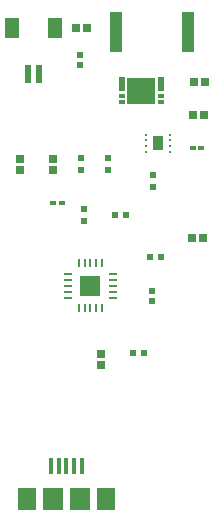
<source format=gtp>
G04*
G04 #@! TF.GenerationSoftware,Altium Limited,Altium Designer,20.0.2 (26)*
G04*
G04 Layer_Color=8421504*
%FSLAX25Y25*%
%MOIN*%
G70*
G01*
G75*
%ADD16R,0.06972X0.06972*%
%ADD17R,0.01968X0.01968*%
%ADD18R,0.02835X0.02717*%
%ADD19R,0.02362X0.01968*%
%ADD20R,0.01968X0.01968*%
%ADD21R,0.02756X0.02559*%
%ADD22R,0.02165X0.02362*%
%ADD23R,0.01968X0.02362*%
G04:AMPARAMS|DCode=24|XSize=9.42mil|YSize=28.7mil|CornerRadius=4.71mil|HoleSize=0mil|Usage=FLASHONLY|Rotation=90.000|XOffset=0mil|YOffset=0mil|HoleType=Round|Shape=RoundedRectangle|*
%AMROUNDEDRECTD24*
21,1,0.00942,0.01929,0,0,90.0*
21,1,0.00000,0.02870,0,0,90.0*
1,1,0.00942,0.00964,0.00000*
1,1,0.00942,0.00964,0.00000*
1,1,0.00942,-0.00964,0.00000*
1,1,0.00942,-0.00964,0.00000*
%
%ADD24ROUNDEDRECTD24*%
G04:AMPARAMS|DCode=25|XSize=28.7mil|YSize=9.42mil|CornerRadius=4.71mil|HoleSize=0mil|Usage=FLASHONLY|Rotation=90.000|XOffset=0mil|YOffset=0mil|HoleType=Round|Shape=RoundedRectangle|*
%AMROUNDEDRECTD25*
21,1,0.02870,0.00000,0,0,90.0*
21,1,0.01929,0.00942,0,0,90.0*
1,1,0.00942,0.00000,0.00964*
1,1,0.00942,0.00000,-0.00964*
1,1,0.00942,0.00000,-0.00964*
1,1,0.00942,0.00000,0.00964*
%
%ADD25ROUNDEDRECTD25*%
%ADD26R,0.00942X0.02870*%
%ADD27R,0.07087X0.07480*%
%ADD28R,0.01575X0.05315*%
%ADD29R,0.01968X0.01772*%
%ADD30C,0.01181*%
%ADD31R,0.03543X0.05118*%
%ADD32R,0.04331X0.13386*%
%ADD33R,0.01968X0.04724*%
%ADD34R,0.01968X0.01575*%
%ADD35R,0.09449X0.08701*%
%ADD36R,0.02816X0.02648*%
%ADD37R,0.02735X0.02617*%
%ADD38R,0.02648X0.02816*%
%ADD39R,0.04724X0.07087*%
%ADD40R,0.02362X0.06102*%
%ADD41R,0.02362X0.02165*%
%ADD42R,0.05858X0.07480*%
%ADD43R,0.05858X0.07480*%
D16*
X130000Y405000D02*
D03*
D17*
X144032Y382500D02*
D03*
X147968D02*
D03*
D18*
X133500Y382311D02*
D03*
Y378689D02*
D03*
X117500Y443689D02*
D03*
D19*
X128000Y430469D02*
D03*
Y426532D02*
D03*
D20*
X151000Y438031D02*
D03*
Y441968D02*
D03*
X136000Y443532D02*
D03*
Y447469D02*
D03*
X127000D02*
D03*
Y443532D02*
D03*
D21*
X163760Y421000D02*
D03*
X167500D02*
D03*
X164500Y473000D02*
D03*
X168240D02*
D03*
X164130Y462000D02*
D03*
X167870D02*
D03*
D22*
X150500Y403173D02*
D03*
Y399827D02*
D03*
X126500Y482000D02*
D03*
Y478653D02*
D03*
D23*
X138031Y428500D02*
D03*
X141969D02*
D03*
D24*
X122462Y401063D02*
D03*
Y403031D02*
D03*
Y405000D02*
D03*
Y406968D02*
D03*
Y408937D02*
D03*
X137538D02*
D03*
Y406968D02*
D03*
Y405000D02*
D03*
Y403031D02*
D03*
Y401063D02*
D03*
D25*
X126063Y412538D02*
D03*
X128032D02*
D03*
X130000D02*
D03*
X131968D02*
D03*
X133937D02*
D03*
Y397462D02*
D03*
X131968D02*
D03*
X130000D02*
D03*
X128032D02*
D03*
D26*
X126063D02*
D03*
D27*
X117472Y333848D02*
D03*
X126528D02*
D03*
D28*
X127118Y344872D02*
D03*
X124559D02*
D03*
X122000D02*
D03*
X119441D02*
D03*
X116882D02*
D03*
D29*
X164024Y451000D02*
D03*
X166976D02*
D03*
X120476Y432500D02*
D03*
X117524D02*
D03*
D30*
X148563Y455453D02*
D03*
Y453484D02*
D03*
Y451516D02*
D03*
Y449547D02*
D03*
X156437D02*
D03*
Y451516D02*
D03*
Y453484D02*
D03*
Y455453D02*
D03*
D31*
X152500Y452500D02*
D03*
D32*
X138492Y489500D02*
D03*
X162508D02*
D03*
D33*
X140504Y472165D02*
D03*
X153496D02*
D03*
D34*
X140504Y468425D02*
D03*
Y466260D02*
D03*
X153496D02*
D03*
Y468425D02*
D03*
D35*
X147000Y470000D02*
D03*
D36*
X129000Y491000D02*
D03*
X125232D02*
D03*
D37*
X117500Y447311D02*
D03*
D38*
X106500Y447384D02*
D03*
Y443616D02*
D03*
D39*
X103913Y490980D02*
D03*
X118087D02*
D03*
D40*
X109031Y475724D02*
D03*
X112969D02*
D03*
D41*
X150000Y414500D02*
D03*
X153347D02*
D03*
D42*
X108835Y333848D02*
D03*
D43*
X135165Y333848D02*
D03*
M02*

</source>
